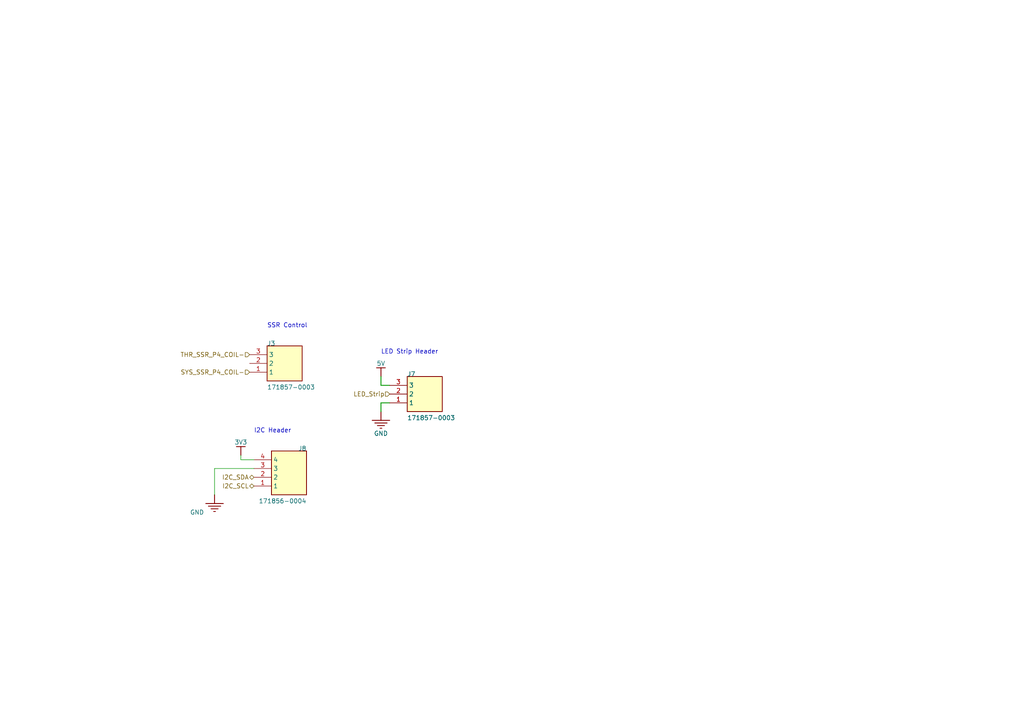
<source format=kicad_sch>
(kicad_sch (version 20230121) (generator eeschema)
  (paper "A4")
  (lib_symbols
    (symbol "MEB-altium-import:3V3" (power)
      (property "Reference" "#PWR" (at 0 0 0))
      (property "Value" "3V3" (at 0 3.81 0))
      (symbol "3V3_0_0"
        (polyline (pts (xy -1.27 -2.54) (xy 1.27 -2.54)) (stroke (width 0.254)))
        (polyline (pts (xy 0 0) (xy 0 -2.54)) (stroke (width 0.254)))
        (pin power_in line (at 0 0 0) (length 0) hide (name "3V3") (number ""))
      )
    )
    (symbol "MEB-altium-import:5V" (power)
      (property "Reference" "#PWR" (at 0 0 0))
      (property "Value" "5V" (at 0 3.81 0))
      (symbol "5V_0_0"
        (polyline (pts (xy -1.27 -2.54) (xy 1.27 -2.54)) (stroke (width 0.254)))
        (polyline (pts (xy 0 0) (xy 0 -2.54)) (stroke (width 0.254)))
        (pin power_in line (at 0 0 0) (length 0) hide (name "5V") (number ""))
      )
    )
    (symbol "MEB-altium-import:GND" (power)
      (property "Reference" "#PWR" (at 0 0 0))
      (property "Value" "GND" (at 0 6.35 0))
      (symbol "GND_0_0"
        (polyline (pts (xy -2.54 -2.54) (xy 2.54 -2.54)) (stroke (width 0.254)))
        (polyline (pts (xy -1.778 -3.302) (xy 1.778 -3.302)) (stroke (width 0.254)))
        (polyline (pts (xy -1.016 -4.064) (xy 1.016 -4.064)) (stroke (width 0.254)))
        (polyline (pts (xy -0.254 -4.826) (xy 0.254 -4.826)) (stroke (width 0.254)))
        (polyline (pts (xy 0 0) (xy 0 -2.54)) (stroke (width 0.254)))
        (pin power_in line (at 0 0 0) (length 0) hide (name "GND") (number ""))
      )
    )
    (symbol "MEB-altium-import:root_0_171857-0003"
      (symbol "root_0_171857-0003_1_0"
        (rectangle (start 15.24 2.54) (end 5.08 -7.62) (stroke (width 0.254)) (fill (type background)))
        (pin passive line (at 0 -5.08 0) (length 5.08) (name "1") (number "1"))
        (pin passive line (at 0 -2.54 0) (length 5.08) (name "2") (number "2"))
        (pin passive line (at 0 0 0) (length 5.08) (name "3") (number "3"))
      )
    )
    (symbol "MEB-altium-import:root_2_171856-0004"
      (symbol "root_2_171856-0004_1_0"
        (rectangle (start -5.08 10.16) (end -15.24 -2.54) (stroke (width 0.254)) (fill (type background)))
        (pin passive line (at 0 0 180) (length 5.08) (name "1") (number "1"))
        (pin passive line (at 0 2.54 180) (length 5.08) (name "2") (number "2"))
        (pin passive line (at 0 5.08 180) (length 5.08) (name "3") (number "3"))
        (pin passive line (at 0 7.62 180) (length 5.08) (name "4") (number "4"))
      )
    )
    (symbol "MEB-altium-import:system_SSR_control_0_171857-0003"
      (symbol "system_SSR_control_0_171857-0003_1_0"
        (rectangle (start 15.24 2.54) (end 5.08 -7.62) (stroke (width 0.254)) (fill (type background)))
        (pin passive line (at 0 -5.08 0) (length 5.08) (name "1") (number "1"))
        (pin passive line (at 0 -2.54 0) (length 5.08) (name "2") (number "2"))
        (pin passive line (at 0 0 0) (length 5.08) (name "3") (number "3"))
      )
    )
  )
  (wire (pts (xy 110.49 116.84) (xy 110.49 119.38)) (stroke (width 0.254)))
  (wire (pts (xy 110.49 109.22) (xy 110.49 111.76)) (stroke (width 0.254)))
  (wire (pts (xy 69.85 132.08) (xy 69.85 133.35)))
  (wire (pts (xy 110.49 111.76) (xy 113.03 111.76)) (stroke (width 0.254)))
  (wire (pts (xy 113.03 116.84) (xy 110.49 116.84)) (stroke (width 0.254)))
  (wire (pts (xy 62.23 143.51) (xy 62.23 135.89)))
  (wire (pts (xy 73.66 133.35) (xy 69.85 133.35)))
  (wire (pts (xy 62.23 135.89) (xy 73.66 135.89)))
  (text "SSR Control" (at 77.47 95.25 0) (effects (font (size 1.27 1.27)) (justify left bottom)))
  (text "LED Strip Header" (at 110.49 102.87 0) (effects (font (size 1.27 1.27)) (justify left bottom)))
  (text "I2C Header" (at 73.66 125.73 0) (effects (font (size 1.27 1.27)) (justify left bottom)))
  (hierarchical_label "I2C_SCL" (shape bidirectional) (at 73.66 140.97 180))
  (hierarchical_label "SYS_SSR_P4_COIL-" (shape input) (at 72.39 107.95 180))
  (hierarchical_label "THR_SSR_P4_COIL-" (shape input) (at 72.39 102.87 180))
  (hierarchical_label "LED_Strip" (shape input) (at 113.03 114.3 180))
  (hierarchical_label "I2C_SDA" (shape bidirectional) (at 73.66 138.43 180))
  (symbol (lib_id "MEB-altium-import:root_2_171856-0004") (at 73.66 140.97 0) (mirror y) (unit 1)
    (property "Reference" "J8" (at 88.9 130.81 0) (effects (justify left bottom)))
    (property "Value" "171856-0004" (at 88.9 146.05 0) (effects (justify left bottom)))
    (property "Footprint" "AltiumImport:SHDR4W99P0X254_1X4_1001X635X1105P" (effects hide))
    (property "Part Number" "171856-0004" (effects hide))
    (instances (project "MEB" (path "" (reference "J8") (unit 1)) (path "" (reference "J5") (unit 1))))
  )
  (symbol (lib_id "MEB-altium-import:GND") (at 62.23 143.51 0) (unit 1)
    (property "Reference" "#PWR01" (effects hide))
    (property "Value" "GND" (at 57.15 148.59 0))
    (instances (project "MEB" (path "" (reference "#PWR01") (unit 1)) (path "" (reference "#PWR05") (unit 1))))
  )
  (symbol (lib_id "MEB-altium-import:GND") (at 110.49 119.38 0) (unit 1)
    (property "Reference" "#PWR0106" (effects hide))
    (property "Value" "GND" (at 110.49 125.73 0))
    (instances (project "MEB" (path "" (reference "#PWR0106") (unit 1)) (path "" (reference "#PWR08") (unit 1))))
  )
  (symbol (lib_id "MEB-altium-import:root_0_171857-0003") (at 113.03 111.76 0) (unit 1)
    (property "Reference" "J7" (at 118.11 109.22 0) (effects (justify left bottom)))
    (property "Value" "171857-0003" (at 118.11 121.92 0) (effects (justify left bottom)))
    (property "Footprint" "AltiumImport:171857-0003" (effects hide))
    (property "Part Number" "171857-0003" (effects hide))
    (instances (project "MEB" (path "" (reference "J7") (unit 1)) (path "" (reference "J6") (unit 1))))
  )
  (symbol (lib_id "MEB-altium-import:system_SSR_control_0_171857-0003") (at 72.39 102.87 0) (unit 1)
    (property "Reference" "J3" (at 77.47 100.33 0) (effects (justify left bottom)))
    (property "Value" "171857-0003" (at 77.47 113.03 0) (effects (justify left bottom)))
    (property "Footprint" "AltiumImport:171857-0003" (effects hide))
    (property "Part Number" "171857-0003" (effects hide))
  )
  (symbol (lib_id "MEB-altium-import:3V3") (at 69.85 132.08 180) (unit 1)
    (property "Reference" "#PWR0107" (effects hide))
    (property "Value" "3V3" (at 69.85 128.27 0))
    (instances (project "MEB" (path "" (reference "#PWR0107") (unit 1)) (path "" (reference "#PWR06") (unit 1))))
  )
  (symbol (lib_id "MEB-altium-import:5V") (at 110.49 109.22 180) (unit 1)
    (property "Reference" "#PWR0105" (effects hide))
    (property "Value" "5V" (at 110.49 105.41 0))
    (instances (project "MEB" (path "" (reference "#PWR0105") (unit 1)) (path "" (reference "#PWR07") (unit 1))))
  )
)
</source>
